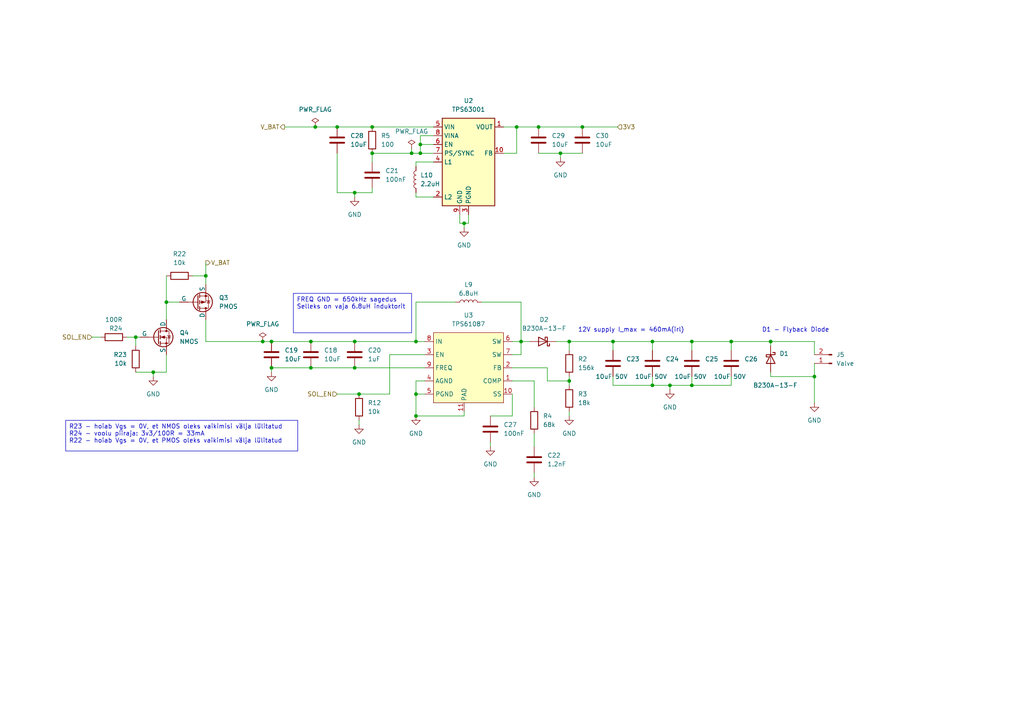
<source format=kicad_sch>
(kicad_sch (version 20231120) (generator "eeschema") (generator_version "8.0")
  (paper "A4")
  (title_block (title "Power regulation"))
  (lib_symbols
    (symbol "Connector:Conn_01x02_Pin" (pin_names (offset 1.016) hide)
      (property "Reference" "J" (at 0 2.54 0))
      (property "Value" "Conn_01x02_Pin" (at 0 -5.08 0))
      (symbol "Conn_01x02_Pin_1_1"
        (polyline (pts (xy 1.27 -2.54) (xy 0.8636 -2.54)) (stroke (width 0.1524)))
        (polyline (pts (xy 1.27 0) (xy 0.8636 0)) (stroke (width 0.1524)))
        (rectangle (start 0.8636 -2.413) (end 0 -2.667) (stroke (width 0.1524)) (fill (type outline)))
        (rectangle (start 0.8636 0.127) (end 0 -0.127) (stroke (width 0.1524)) (fill (type outline)))
        (pin passive line (at 5.08 0 180) (length 3.81) (name "Pin_1") (number "1"))
        (pin passive line (at 5.08 -2.54 180) (length 3.81) (name "Pin_2") (number "2"))
      )
    )
    (symbol "Device:C" (pin_numbers hide) (pin_names (offset 0.254))
      (property "Reference" "C" (at 0.635 2.54 0))
      (property "Value" "C" (at 0.635 -2.54 0))
      (symbol "C_0_1"
        (polyline (pts (xy -2.032 -0.762) (xy 2.032 -0.762)) (stroke (width 0.508)))
        (polyline (pts (xy -2.032 0.762) (xy 2.032 0.762)) (stroke (width 0.508)))
      )
      (symbol "C_1_1"
        (pin passive line (at 0 3.81 270) (length 2.794) (name "~") (number "1"))
        (pin passive line (at 0 -3.81 90) (length 2.794) (name "~") (number "2"))
      )
    )
    (symbol "Device:L" (pin_numbers hide) (pin_names (offset 1.016) hide)
      (property "Reference" "L" (at -1.27 0 90))
      (property "Value" "L" (at 1.905 0 90))
      (symbol "L_0_1"
        (arc (start 0 -2.54) (mid 0.6323 -1.905) (end 0 -1.27))
        (arc (start 0 -1.27) (mid 0.6323 -0.635) (end 0 0))
        (arc (start 0 0) (mid 0.6323 0.635) (end 0 1.27))
        (arc (start 0 1.27) (mid 0.6323 1.905) (end 0 2.54))
      )
      (symbol "L_1_1"
        (pin passive line (at 0 3.81 270) (length 1.27) (name "1") (number "1"))
        (pin passive line (at 0 -3.81 90) (length 1.27) (name "2") (number "2"))
      )
    )
    (symbol "Device:R" (pin_numbers hide) (pin_names (offset 0))
      (property "Reference" "R" (at 2.032 0 90))
      (property "Value" "R" (at 0 0 90))
      (symbol "R_0_1"
        (rectangle (start -1.016 -2.54) (end 1.016 2.54) (stroke (width 0.254)))
      )
      (symbol "R_1_1"
        (pin passive line (at 0 3.81 270) (length 1.27) (name "~") (number "1"))
        (pin passive line (at 0 -3.81 90) (length 1.27) (name "~") (number "2"))
      )
    )
    (symbol "Diode:B220" (pin_numbers hide) (pin_names (offset 1.016) hide)
      (property "Reference" "D" (at 0 2.54 0))
      (property "Value" "B220" (at 0 -2.54 0))
      (symbol "B220_0_1"
        (polyline (pts (xy 1.27 0) (xy -1.27 0)))
        (polyline (pts (xy 1.27 1.27) (xy 1.27 -1.27) (xy -1.27 0) (xy 1.27 1.27)) (stroke (width 0.254)))
        (polyline (pts (xy -1.905 0.635) (xy -1.905 1.27) (xy -1.27 1.27) (xy -1.27 -1.27) (xy -0.635 -1.27) (xy -0.635 -0.635)) (stroke (width 0.254)))
      )
      (symbol "B220_1_1"
        (pin passive line (at -3.81 0 0) (length 2.54) (name "K") (number "1"))
        (pin passive line (at 3.81 0 180) (length 2.54) (name "A") (number "2"))
      )
    )
    (symbol "Regulator_Switching:TPS63001"
      (property "Reference" "U" (at -7.62 13.97 0))
      (property "Value" "TPS63001" (at 5.08 13.97 0))
      (symbol "TPS63001_0_1"
        (rectangle (start -7.62 12.7) (end 7.62 -12.7) (stroke (width 0.254)) (fill (type background)))
      )
      (symbol "TPS63001_1_1"
        (pin power_out line (at 10.16 10.16 180) (length 2.54) (name "VOUT") (number "1"))
        (pin input line (at 10.16 2.54 180) (length 2.54) (name "FB") (number "10"))
        (pin passive line (at 0 -15.24 90) (length 2.54) hide (name "PGND") (number "11"))
        (pin input line (at -10.16 -10.16 0) (length 2.54) (name "L2") (number "2"))
        (pin power_in line (at 0 -15.24 90) (length 2.54) (name "PGND") (number "3"))
        (pin input line (at -10.16 0 0) (length 2.54) (name "L1") (number "4"))
        (pin power_in line (at -10.16 10.16 0) (length 2.54) (name "VIN") (number "5"))
        (pin input line (at -10.16 5.08 0) (length 2.54) (name "EN") (number "6"))
        (pin input line (at -10.16 2.54 0) (length 2.54) (name "PS/SYNC") (number "7"))
        (pin power_in line (at -10.16 7.62 0) (length 2.54) (name "VINA") (number "8"))
        (pin power_in line (at -2.54 -15.24 90) (length 2.54) (name "GND") (number "9"))
      )
    )
    (symbol "Simulation_SPICE:NMOS" (pin_numbers hide) (pin_names (offset 0))
      (property "Reference" "Q4" (at 6.35 1.27 0))
      (property "Value" "NMOS" (at 6.35 -1.27 0))
      (symbol "NMOS_0_1"
        (polyline (pts (xy 0.254 0) (xy -2.54 0)))
        (polyline (pts (xy 0.254 1.905) (xy 0.254 -1.905)) (stroke (width 0.254)))
        (polyline (pts (xy 0.762 -1.27) (xy 0.762 -2.286)) (stroke (width 0.254)))
        (polyline (pts (xy 0.762 0.508) (xy 0.762 -0.508)) (stroke (width 0.254)))
        (polyline (pts (xy 0.762 2.286) (xy 0.762 1.27)) (stroke (width 0.254)))
        (polyline (pts (xy 2.54 2.54) (xy 2.54 1.778)))
        (polyline (pts (xy 2.54 -2.54) (xy 2.54 0) (xy 0.762 0)))
        (polyline (pts (xy 0.762 -1.778) (xy 3.302 -1.778) (xy 3.302 1.778) (xy 0.762 1.778)))
        (polyline (pts (xy 1.016 0) (xy 2.032 0.381) (xy 2.032 -0.381) (xy 1.016 0)) (fill (type outline)))
        (polyline (pts (xy 2.794 0.508) (xy 2.921 0.381) (xy 3.683 0.381) (xy 3.81 0.254)))
        (polyline (pts (xy 3.302 0.381) (xy 2.921 -0.254) (xy 3.683 -0.254) (xy 3.302 0.381)))
        (circle (center 1.651 0) (radius 2.794) (stroke (width 0.254)))
        (circle (center 2.54 -1.778) (radius 0.254) (fill (type outline)))
        (circle (center 2.54 1.778) (radius 0.254) (fill (type outline)))
      )
      (symbol "NMOS_1_1"
        (pin input line (at -5.08 0 0) (length 2.54) (name "G") (number "1"))
        (pin passive line (at 2.54 -5.08 90) (length 2.54) (name "S") (number "2"))
        (pin passive line (at 2.54 5.08 270) (length 2.54) (name "D") (number "3"))
      )
    )
    (symbol "Simulation_SPICE:PMOS" (pin_numbers hide) (pin_names (offset 0))
      (property "Reference" "Q3" (at 6.35 -1.27 0))
      (property "Value" "PMOS" (at 6.35 1.27 0))
      (symbol "PMOS_0_1"
        (polyline (pts (xy 0.254 0) (xy -2.54 0)))
        (polyline (pts (xy 0.254 1.905) (xy 0.254 -1.905)) (stroke (width 0.254)))
        (polyline (pts (xy 0.762 -1.27) (xy 0.762 -2.286)) (stroke (width 0.254)))
        (polyline (pts (xy 0.762 0.508) (xy 0.762 -0.508)) (stroke (width 0.254)))
        (polyline (pts (xy 0.762 2.286) (xy 0.762 1.27)) (stroke (width 0.254)))
        (polyline (pts (xy 2.54 2.54) (xy 2.54 1.778)))
        (polyline (pts (xy 2.54 -2.54) (xy 2.54 0) (xy 0.762 0)))
        (polyline (pts (xy 0.762 1.778) (xy 3.302 1.778) (xy 3.302 -1.778) (xy 0.762 -1.778)))
        (polyline (pts (xy 2.286 0) (xy 1.27 0.381) (xy 1.27 -0.381) (xy 2.286 0)) (fill (type outline)))
        (polyline (pts (xy 2.794 -0.508) (xy 2.921 -0.381) (xy 3.683 -0.381) (xy 3.81 -0.254)))
        (polyline (pts (xy 3.302 -0.381) (xy 2.921 0.254) (xy 3.683 0.254) (xy 3.302 -0.381)))
        (circle (center 1.651 0) (radius 2.794) (stroke (width 0.254)))
        (circle (center 2.54 -1.778) (radius 0.254) (fill (type outline)))
        (circle (center 2.54 1.778) (radius 0.254) (fill (type outline)))
      )
      (symbol "PMOS_1_1"
        (pin input line (at -5.08 0 0) (length 2.54) (name "G") (number "1"))
        (pin passive line (at 2.54 -5.08 90) (length 2.54) (name "S") (number "2"))
        (pin passive line (at 2.54 5.08 270) (length 2.54) (name "D") (number "3"))
      )
    )
    (symbol "custom_library:TPS61087"
      (property "Reference" "U3" (at -3.81 26.67 0))
      (property "Value" "TPS61087" (at -3.81 24.13 0))
      (symbol "TPS61087_1_1"
        (rectangle (start -13.97 21.59) (end 6.35 1.27) (fill (type background)))
        (pin input line (at 8.89 7.62 180) (length 2.54) (name "COMP") (number "1"))
        (pin input line (at 8.89 3.81 180) (length 2.54) (name "SS") (number "10"))
        (pin input line (at -5.08 -1.27 90) (length 2.54) (name "PAD") (number "11"))
        (pin input line (at 8.89 11.43 180) (length 2.54) (name "FB") (number "2"))
        (pin input line (at -16.51 15.24 0) (length 2.54) (name "EN") (number "3"))
        (pin input line (at -16.51 7.62 0) (length 2.54) (name "AGND") (number "4"))
        (pin input line (at -16.51 3.81 0) (length 2.54) (name "PGND") (number "5"))
        (pin input line (at 8.89 19.05 180) (length 2.54) (name "SW") (number "6"))
        (pin input line (at 8.89 15.24 180) (length 2.54) (name "SW") (number "7"))
        (pin power_in line (at -16.51 19.05 0) (length 2.54) (name "IN") (number "8"))
        (pin input line (at -16.51 11.43 0) (length 2.54) (name "FREQ") (number "9"))
      )
    )
    (symbol "power:GND" (power) (pin_names (offset 0))
      (property "Value" "GND" (at 0 -3.81 0))
      (symbol "GND_0_1"
        (polyline (pts (xy 0 0) (xy 0 -1.27) (xy 1.27 -1.27) (xy 0 -2.54) (xy -1.27 -1.27) (xy 0 -1.27)))
      )
      (symbol "GND_1_1"
        (pin power_in line (at 0 0 270) (length 0) hide (name "GND") (number "1"))
      )
    )
    (symbol "power:PWR_FLAG" (power) (pin_numbers hide) (pin_names (offset 0) hide)
      (property "Value" "PWR_FLAG" (at 0 3.81 0))
      (symbol "PWR_FLAG_0_0"
        (pin power_out line (at 0 0 90) (length 0) (name "pwr") (number "1"))
      )
      (symbol "PWR_FLAG_0_1"
        (polyline (pts (xy 0 0) (xy 0 1.27) (xy -1.016 1.905) (xy 0 2.54) (xy 1.016 1.905) (xy 0 1.27)))
      )
    )
  )
  (junction (at 177.8 99.06))
  (junction (at 44.45 107.95))
  (junction (at 102.87 99.06))
  (junction (at 107.95 44.45))
  (junction (at 200.66 99.06))
  (junction (at 120.65 114.3))
  (junction (at 48.26 87.63))
  (junction (at 90.17 99.06))
  (junction (at 121.92 41.91))
  (junction (at 59.69 80.01))
  (junction (at 236.22 109.22))
  (junction (at 97.79 36.83))
  (junction (at 121.92 44.45))
  (junction (at 102.87 106.68))
  (junction (at 134.62 64.77))
  (junction (at 189.23 99.06))
  (junction (at 76.2 99.06))
  (junction (at 149.86 36.83))
  (junction (at 212.09 99.06))
  (junction (at 165.1 99.06))
  (junction (at 200.66 111.76))
  (junction (at 78.74 99.06))
  (junction (at 107.95 36.83))
  (junction (at 151.13 99.06))
  (junction (at 102.87 55.88))
  (junction (at 119.38 44.45))
  (junction (at 78.74 106.68))
  (junction (at 223.52 99.06))
  (junction (at 194.31 111.76))
  (junction (at 162.56 44.45))
  (junction (at 120.65 99.06))
  (junction (at 90.17 106.68))
  (junction (at 165.1 110.49))
  (junction (at 104.14 114.3))
  (junction (at 39.37 97.79))
  (junction (at 156.21 36.83))
  (junction (at 120.65 120.65))
  (junction (at 168.91 36.83))
  (junction (at 189.23 111.76))
  (junction (at 91.44 36.83))
  (wire (pts (xy 120.65 99.06) (xy 123.19 99.06)))
  (wire (pts (xy 154.94 125.73) (xy 154.94 129.54)))
  (wire (pts (xy 156.21 36.83) (xy 168.91 36.83)))
  (wire (pts (xy 39.37 100.33) (xy 39.37 97.79)))
  (wire (pts (xy 120.65 110.49) (xy 123.19 110.49)))
  (wire (pts (xy 90.17 99.06) (xy 102.87 99.06)))
  (wire (pts (xy 120.65 87.63) (xy 132.08 87.63)))
  (wire (pts (xy 158.75 106.68) (xy 158.75 110.49)))
  (wire (pts (xy 236.22 109.22) (xy 236.22 116.84)))
  (wire (pts (xy 151.13 99.06) (xy 148.59 99.06)))
  (wire (pts (xy 90.17 106.68) (xy 102.87 106.68)))
  (wire (pts (xy 189.23 111.76) (xy 194.31 111.76)))
  (wire (pts (xy 177.8 101.6) (xy 177.8 99.06)))
  (wire (pts (xy 146.05 44.45) (xy 149.86 44.45)))
  (wire (pts (xy 48.26 87.63) (xy 52.07 87.63)))
  (wire (pts (xy 177.8 111.76) (xy 189.23 111.76)))
  (wire (pts (xy 165.1 111.76) (xy 165.1 110.49)))
  (wire (pts (xy 177.8 99.06) (xy 189.23 99.06)))
  (wire (pts (xy 212.09 99.06) (xy 223.52 99.06)))
  (wire (pts (xy 48.26 107.95) (xy 44.45 107.95)))
  (wire (pts (xy 44.45 109.22) (xy 44.45 107.95)))
  (wire (pts (xy 55.88 80.01) (xy 59.69 80.01)))
  (wire (pts (xy 236.22 99.06) (xy 236.22 102.87)))
  (wire (pts (xy 154.94 110.49) (xy 154.94 118.11)))
  (wire (pts (xy 44.45 107.95) (xy 39.37 107.95)))
  (wire (pts (xy 97.79 36.83) (xy 107.95 36.83)))
  (wire (pts (xy 148.59 102.87) (xy 151.13 102.87)))
  (wire (pts (xy 236.22 105.41) (xy 236.22 109.22)))
  (wire (pts (xy 107.95 55.88) (xy 107.95 54.61)))
  (wire (pts (xy 119.38 43.18) (xy 119.38 44.45)))
  (wire (pts (xy 151.13 87.63) (xy 151.13 99.06)))
  (wire (pts (xy 125.73 44.45) (xy 121.92 44.45)))
  (wire (pts (xy 97.79 114.3) (xy 104.14 114.3)))
  (wire (pts (xy 125.73 46.99) (xy 120.65 46.99)))
  (wire (pts (xy 223.52 107.95) (xy 223.52 109.22)))
  (wire (pts (xy 223.52 109.22) (xy 236.22 109.22)))
  (wire (pts (xy 133.35 62.23) (xy 133.35 64.77)))
  (wire (pts (xy 165.1 99.06) (xy 177.8 99.06)))
  (wire (pts (xy 212.09 101.6) (xy 212.09 99.06)))
  (wire (pts (xy 151.13 99.06) (xy 153.67 99.06)))
  (wire (pts (xy 134.62 66.04) (xy 134.62 64.77)))
  (wire (pts (xy 59.69 76.2) (xy 59.69 80.01)))
  (wire (pts (xy 59.69 80.01) (xy 59.69 82.55)))
  (wire (pts (xy 102.87 57.15) (xy 102.87 55.88)))
  (wire (pts (xy 48.26 92.71) (xy 48.26 87.63)))
  (wire (pts (xy 78.74 106.68) (xy 90.17 106.68)))
  (wire (pts (xy 121.92 44.45) (xy 121.92 41.91)))
  (wire (pts (xy 107.95 44.45) (xy 119.38 44.45)))
  (wire (pts (xy 102.87 99.06) (xy 120.65 99.06)))
  (wire (pts (xy 48.26 80.01) (xy 48.26 87.63)))
  (wire (pts (xy 200.66 109.22) (xy 200.66 111.76)))
  (wire (pts (xy 223.52 100.33) (xy 223.52 99.06)))
  (wire (pts (xy 120.65 110.49) (xy 120.65 114.3)))
  (wire (pts (xy 39.37 97.79) (xy 40.64 97.79)))
  (wire (pts (xy 26.67 97.79) (xy 29.21 97.79)))
  (wire (pts (xy 168.91 36.83) (xy 179.07 36.83)))
  (wire (pts (xy 154.94 110.49) (xy 148.59 110.49)))
  (wire (pts (xy 158.75 110.49) (xy 165.1 110.49)))
  (wire (pts (xy 161.29 99.06) (xy 165.1 99.06)))
  (wire (pts (xy 165.1 120.65) (xy 165.1 119.38)))
  (wire (pts (xy 148.59 114.3) (xy 148.59 120.65)))
  (wire (pts (xy 97.79 44.45) (xy 97.79 55.88)))
  (wire (pts (xy 120.65 57.15) (xy 125.73 57.15)))
  (wire (pts (xy 134.62 64.77) (xy 135.89 64.77)))
  (wire (pts (xy 223.52 99.06) (xy 236.22 99.06)))
  (wire (pts (xy 120.65 114.3) (xy 123.19 114.3)))
  (wire (pts (xy 78.74 107.95) (xy 78.74 106.68)))
  (wire (pts (xy 200.66 101.6) (xy 200.66 99.06)))
  (wire (pts (xy 149.86 36.83) (xy 156.21 36.83)))
  (wire (pts (xy 162.56 44.45) (xy 168.91 44.45)))
  (wire (pts (xy 139.7 87.63) (xy 151.13 87.63)))
  (wire (pts (xy 200.66 99.06) (xy 212.09 99.06)))
  (wire (pts (xy 154.94 138.43) (xy 154.94 137.16)))
  (wire (pts (xy 200.66 111.76) (xy 212.09 111.76)))
  (wire (pts (xy 120.65 46.99) (xy 120.65 48.26)))
  (wire (pts (xy 177.8 109.22) (xy 177.8 111.76)))
  (wire (pts (xy 120.65 87.63) (xy 120.65 99.06)))
  (wire (pts (xy 107.95 44.45) (xy 107.95 46.99)))
  (wire (pts (xy 194.31 111.76) (xy 200.66 111.76)))
  (wire (pts (xy 212.09 109.22) (xy 212.09 111.76)))
  (wire (pts (xy 165.1 99.06) (xy 165.1 101.6)))
  (wire (pts (xy 104.14 121.92) (xy 104.14 123.19)))
  (wire (pts (xy 134.62 120.65) (xy 134.62 119.38)))
  (wire (pts (xy 189.23 109.22) (xy 189.23 111.76)))
  (wire (pts (xy 165.1 109.22) (xy 165.1 110.49)))
  (wire (pts (xy 149.86 44.45) (xy 149.86 36.83)))
  (wire (pts (xy 59.69 99.06) (xy 76.2 99.06)))
  (wire (pts (xy 162.56 44.45) (xy 156.21 44.45)))
  (wire (pts (xy 135.89 64.77) (xy 135.89 62.23)))
  (wire (pts (xy 113.03 114.3) (xy 113.03 102.87)))
  (wire (pts (xy 59.69 92.71) (xy 59.69 99.06)))
  (wire (pts (xy 146.05 36.83) (xy 149.86 36.83)))
  (wire (pts (xy 121.92 39.37) (xy 125.73 39.37)))
  (wire (pts (xy 97.79 55.88) (xy 102.87 55.88)))
  (wire (pts (xy 148.59 106.68) (xy 158.75 106.68)))
  (wire (pts (xy 189.23 101.6) (xy 189.23 99.06)))
  (wire (pts (xy 82.55 36.83) (xy 91.44 36.83)))
  (wire (pts (xy 48.26 102.87) (xy 48.26 107.95)))
  (wire (pts (xy 113.03 102.87) (xy 123.19 102.87)))
  (wire (pts (xy 102.87 55.88) (xy 107.95 55.88)))
  (wire (pts (xy 133.35 64.77) (xy 134.62 64.77)))
  (wire (pts (xy 120.65 114.3) (xy 120.65 120.65)))
  (wire (pts (xy 120.65 120.65) (xy 134.62 120.65)))
  (wire (pts (xy 142.24 120.65) (xy 148.59 120.65)))
  (wire (pts (xy 36.83 97.79) (xy 39.37 97.79)))
  (wire (pts (xy 104.14 114.3) (xy 113.03 114.3)))
  (wire (pts (xy 142.24 129.54) (xy 142.24 128.27)))
  (wire (pts (xy 76.2 99.06) (xy 78.74 99.06)))
  (wire (pts (xy 194.31 113.03) (xy 194.31 111.76)))
  (wire (pts (xy 120.65 55.88) (xy 120.65 57.15)))
  (wire (pts (xy 121.92 41.91) (xy 125.73 41.91)))
  (wire (pts (xy 121.92 41.91) (xy 121.92 39.37)))
  (wire (pts (xy 107.95 36.83) (xy 125.73 36.83)))
  (wire (pts (xy 91.44 36.83) (xy 97.79 36.83)))
  (wire (pts (xy 162.56 45.72) (xy 162.56 44.45)))
  (wire (pts (xy 119.38 44.45) (xy 121.92 44.45)))
  (wire (pts (xy 78.74 99.06) (xy 90.17 99.06)))
  (wire (pts (xy 102.87 106.68) (xy 123.19 106.68)))
  (wire (pts (xy 189.23 99.06) (xy 200.66 99.06)))
  (wire (pts (xy 151.13 102.87) (xy 151.13 99.06)))
  (text_box "FREQ GND = 650kHz sagedus\nSelleks on vaja 6.8uH induktorit " (at 85.09 85.09 0) (size 34.29 11.43) (effects (font (size 1.27 1.27)) (justify left top)))
  (text_box "R23 - hoiab Vgs = 0V, et NMOS oleks vaikimisi välja lülitatud \nR24 - voolu piiraja: 3v3/100R = 33mA\nR22 - hoiab Vgs = 0V, et PMOS oleks vaikimisi välja lülitatud\n" (at 19.05 121.92 0) (size 67.31 8.89) (effects (font (size 1.27 1.27)) (justify left top)))
  (text "D1 - Flyback Diode\n" (at 220.98 96.52 0) (effects (font (size 1.27 1.27)) (justify left bottom)))
  (text "12V supply I_max = 460mA(irl)" (at 167.64 96.52 0) (effects (font (size 1.27 1.27)) (justify left bottom)))
  (hierarchical_label "3V3" (shape input) (at 179.07 36.83 0))
  (hierarchical_label "SOL_EN" (shape input) (at 26.67 97.79 180))
  (hierarchical_label "SOL_EN" (shape input) (at 97.79 114.3 180))
  (hierarchical_label "V_BAT" (shape output) (at 82.55 36.83 180))
  (hierarchical_label "V_BAT" (shape output) (at 59.69 76.2 0))
  (symbol (lib_id "Device:C") (at 107.95 50.8 0) (unit 1)
    (property "Reference" "C21" (at 111.76 49.53 0) (effects (justify left)))
    (property "Value" "100nF" (at 111.76 52.07 0) (effects (justify left)))
    (property "Footprint" "Capacitor_SMD:C_0603_1608Metric_Pad1.08x0.95mm_HandSolder" (effects (hide yes)))
  )
  (symbol (lib_id "Device:C") (at 102.87 102.87 0) (unit 1)
    (property "Reference" "C20" (at 106.68 101.6 0) (effects (justify left)))
    (property "Value" "1uF" (at 106.68 104.14 0) (effects (justify left)))
    (property "Footprint" "Capacitor_SMD:C_0805_2012Metric_Pad1.18x1.45mm_HandSolder" (effects (hide yes)))
  )
  (symbol (lib_id "power:PWR_FLAG") (at 119.38 43.18 0) (unit 1)
    (property "Reference" "#FLG04" (effects (hide yes)))
    (property "Value" "PWR_FLAG" (at 119.38 38.1 0))
  )
  (symbol (lib_id "power:GND") (at 44.45 109.22 0) (mirror y) (unit 1)
    (property "Reference" "#PWR050" (effects (hide yes)))
    (property "Value" "GND" (at 44.45 114.3 0))
  )
  (symbol (lib_id "Simulation_SPICE:PMOS") (at 57.15 87.63 0) (mirror x) (unit 1)
    (property "Reference" "Q3" (at 63.5 86.36 0) (effects (justify left)))
    (property "Value" "PMOS" (at 63.5 88.9 0) (effects (justify left)))
    (property "Footprint" "Package_TO_SOT_SMD:SOT-23" (effects (hide yes)))
    (property "Datasheet" "https://ngspice.sourceforge.io/docs/ngspice-html-manual/manual.xhtml#cha_MOSFETs" (effects (hide yes)))
    (property "Sim.Device" "PMOS" (effects (hide yes)))
    (property "Sim.Type" "VDMOS" (effects (hide yes)))
    (property "Sim.Pins" "1=D 2=G 3=S" (effects (hide yes)))
    (property "Part" "SI2305CDS-T1-GE3" (effects (hide yes)))
  )
  (symbol (lib_id "Device:R") (at 107.95 40.64 0) (unit 1)
    (property "Reference" "R5" (at 110.49 39.37 0) (effects (justify left)))
    (property "Value" "100" (at 110.49 41.91 0) (effects (justify left)))
    (property "Footprint" "Resistor_SMD:R_0603_1608Metric" (effects (hide yes)))
  )
  (symbol (lib_id "Device:C") (at 90.17 102.87 0) (unit 1)
    (property "Reference" "C18" (at 93.98 101.6 0) (effects (justify left)))
    (property "Value" "10uF" (at 93.98 104.14 0) (effects (justify left)))
    (property "Footprint" "Capacitor_SMD:C_0805_2012Metric_Pad1.18x1.45mm_HandSolder" (effects (hide yes)))
  )
  (symbol (lib_id "Device:R") (at 165.1 105.41 0) (unit 1)
    (property "Reference" "R2" (at 167.64 104.14 0) (effects (justify left)))
    (property "Value" "156k" (at 167.64 106.68 0) (effects (justify left)))
    (property "Footprint" "Resistor_SMD:R_0603_1608Metric" (effects (hide yes)))
  )
  (symbol (lib_id "Device:R") (at 33.02 97.79 90) (mirror x) (unit 1)
    (property "Reference" "R24" (at 35.56 95.25 90) (effects (justify left)))
    (property "Value" "100R" (at 35.56 92.71 90) (effects (justify left)))
    (property "Footprint" "Resistor_SMD:R_0603_1608Metric" (effects (hide yes)))
  )
  (symbol (lib_id "power:GND") (at 78.74 107.95 0) (unit 1)
    (property "Reference" "#PWR018" (effects (hide yes)))
    (property "Value" "GND" (at 78.74 113.03 0))
  )
  (symbol (lib_id "power:GND") (at 104.14 123.19 0) (unit 1)
    (property "Reference" "#PWR041" (effects (hide yes)))
    (property "Value" "GND" (at 104.14 128.27 0))
  )
  (symbol (lib_id "Device:R") (at 154.94 121.92 0) (unit 1)
    (property "Reference" "R4" (at 157.48 120.65 0) (effects (justify left)))
    (property "Value" "68k" (at 157.48 123.19 0) (effects (justify left)))
    (property "Footprint" "Resistor_SMD:R_0603_1608Metric" (effects (hide yes)))
  )
  (symbol (lib_id "Device:L") (at 120.65 52.07 180) (unit 1)
    (property "Reference" "L10" (at 121.92 50.8 0) (effects (justify right)))
    (property "Value" "2.2uH" (at 121.92 53.34 0) (effects (justify right)))
    (property "Footprint" "Inductor_SMD:L_Vishay_IHLP-1212" (effects (hide yes)))
    (property "Datasheet" "https://www.tme.eu/ee/details/lqh3npn2r2mjrl/paispoolid-smd-ulejaanud/murata/" (effects (hide yes)))
    (property "Part" "LQH3NPN2R2MJRL" (effects (hide yes)))
  )
  (symbol (lib_id "Device:R") (at 52.07 80.01 270) (mirror x) (unit 1)
    (property "Reference" "R22" (at 52.07 73.66 90))
    (property "Value" "10k" (at 52.07 76.2 90))
    (property "Footprint" "Resistor_SMD:R_0603_1608Metric" (effects (hide yes)))
  )
  (symbol (lib_id "Diode:B220") (at 157.48 99.06 180) (unit 1)
    (property "Reference" "D2" (at 157.7975 92.71 0))
    (property "Value" "B230A-13-F" (at 157.7975 95.25 0))
    (property "Footprint" "Diode_SMD:D_SMA" (effects (hide yes)))
    (property "Datasheet" "https://www.diodes.com/assets/Datasheets/B220_A-B260_A.pdf" (effects (hide yes)))
    (property "Part" "B230A-13-F" (effects (hide yes)))
  )
  (symbol (lib_id "power:GND") (at 142.24 129.54 0) (unit 1)
    (property "Reference" "#PWR020" (effects (hide yes)))
    (property "Value" "GND" (at 142.24 134.62 0))
  )
  (symbol (lib_id "Connector:Conn_01x02_Pin") (at 241.3 105.41 180) (unit 1)
    (property "Reference" "J5" (at 242.57 102.87 0) (effects (justify right)))
    (property "Value" "Valve" (at 242.57 105.41 0) (effects (justify right)))
    (property "Footprint" "Connector_JST:JST_XH_B2B-XH-A_1x02_P2.50mm_Vertical" (effects (hide yes)))
  )
  (symbol (lib_id "power:GND") (at 102.87 57.15 0) (unit 1)
    (property "Reference" "#PWR026" (effects (hide yes)))
    (property "Value" "GND" (at 102.87 62.23 0))
  )
  (symbol (lib_id "Simulation_SPICE:NMOS") (at 45.72 97.79 0) (unit 1)
    (property "Reference" "Q4" (at 52.07 96.52 0) (effects (justify left)))
    (property "Value" "NMOS" (at 52.07 99.06 0) (effects (justify left)))
    (property "Footprint" "Package_TO_SOT_SMD:SOT-23" (effects (hide yes)))
    (property "Datasheet" "https://ngspice.sourceforge.io/docs/ngspice-html-manual/manual.xhtml#cha_MOSFETs" (effects (hide yes)))
    (property "Sim.Device" "NMOS" (effects (hide yes)))
    (property "Sim.Type" "VDMOS" (effects (hide yes)))
    (property "Sim.Pins" "1=D 2=G 3=S" (effects (hide yes)))
    (property "Part" "SI2342DS-T1-GE3" (effects (hide yes)))
  )
  (symbol (lib_id "Device:C") (at 177.8 105.41 0) (unit 1)
    (property "Reference" "C23" (at 181.61 104.14 0) (effects (justify left)))
    (property "Value" "10uF 50V" (at 172.72 109.22 0) (effects (justify left)))
    (property "Footprint" "Capacitor_SMD:C_1210_3225Metric_Pad1.33x2.70mm_HandSolder" (effects (hide yes)))
  )
  (symbol (lib_id "power:PWR_FLAG") (at 76.2 99.06 0) (unit 1)
    (property "Reference" "#FLG03" (effects (hide yes)))
    (property "Value" "PWR_FLAG" (at 76.2 93.98 0))
  )
  (symbol (lib_id "power:GND") (at 165.1 120.65 0) (unit 1)
    (property "Reference" "#PWR022" (effects (hide yes)))
    (property "Value" "GND" (at 165.1 125.73 0))
  )
  (symbol (lib_id "Device:R") (at 165.1 115.57 0) (unit 1)
    (property "Reference" "R3" (at 167.64 114.3 0) (effects (justify left)))
    (property "Value" "18k" (at 167.64 116.84 0) (effects (justify left)))
    (property "Footprint" "Resistor_SMD:R_0603_1608Metric" (effects (hide yes)))
  )
  (symbol (lib_id "Device:C") (at 156.21 40.64 0) (unit 1)
    (property "Reference" "C29" (at 160.02 39.37 0) (effects (justify left)))
    (property "Value" "10uF" (at 160.02 41.91 0) (effects (justify left)))
    (property "Footprint" "Capacitor_SMD:C_0805_2012Metric_Pad1.18x1.45mm_HandSolder" (effects (hide yes)))
  )
  (symbol (lib_id "Device:R") (at 39.37 104.14 0) (mirror x) (unit 1)
    (property "Reference" "R23" (at 36.83 102.87 0) (effects (justify right)))
    (property "Value" "10k" (at 36.83 105.41 0) (effects (justify right)))
    (property "Footprint" "Resistor_SMD:R_0603_1608Metric" (effects (hide yes)))
  )
  (symbol (lib_id "Regulator_Switching:TPS63001") (at 135.89 46.99 0) (unit 1)
    (property "Reference" "U2" (at 135.89 29.21 0))
    (property "Value" "TPS63001" (at 135.89 31.75 0))
    (property "Footprint" "custom:Texas_DRC0010J" (effects (hide yes)))
    (property "Datasheet" "http://www.ti.com/lit/ds/symlink/tps63000.pdf" (effects (hide yes)))
  )
  (symbol (lib_id "power:GND") (at 134.62 66.04 0) (unit 1)
    (property "Reference" "#PWR024" (effects (hide yes)))
    (property "Value" "GND" (at 134.62 71.12 0))
  )
  (symbol (lib_id "Device:C") (at 154.94 133.35 0) (unit 1)
    (property "Reference" "C22" (at 158.75 132.08 0) (effects (justify left)))
    (property "Value" "1.2nF" (at 158.75 134.62 0) (effects (justify left)))
    (property "Footprint" "Capacitor_SMD:C_0603_1608Metric_Pad1.08x0.95mm_HandSolder" (effects (hide yes)))
  )
  (symbol (lib_id "Device:C") (at 200.66 105.41 0) (unit 1)
    (property "Reference" "C25" (at 204.47 104.14 0) (effects (justify left)))
    (property "Value" "10uF 50V" (at 195.58 109.22 0) (effects (justify left)))
    (property "Footprint" "Capacitor_SMD:C_1210_3225Metric_Pad1.33x2.70mm_HandSolder" (effects (hide yes)))
  )
  (symbol (lib_id "power:GND") (at 194.31 113.03 0) (unit 1)
    (property "Reference" "#PWR023" (effects (hide yes)))
    (property "Value" "GND" (at 194.31 118.11 0))
  )
  (symbol (lib_id "Device:C") (at 168.91 40.64 0) (unit 1)
    (property "Reference" "C30" (at 172.72 39.37 0) (effects (justify left)))
    (property "Value" "10uF" (at 172.72 41.91 0) (effects (justify left)))
    (property "Footprint" "Capacitor_SMD:C_0805_2012Metric_Pad1.18x1.45mm_HandSolder" (effects (hide yes)))
  )
  (symbol (lib_id "custom_library:TPS61087") (at 139.7 118.11 0) (unit 1)
    (property "Reference" "U3" (at 135.89 91.44 0))
    (property "Value" "TPS61087" (at 135.89 93.98 0))
    (property "Footprint" "custom:Texas_DRC0010J" (effects (hide yes)))
  )
  (symbol (lib_id "power:GND") (at 162.56 45.72 0) (unit 1)
    (property "Reference" "#PWR025" (effects (hide yes)))
    (property "Value" "GND" (at 162.56 50.8 0))
  )
  (symbol (lib_id "power:PWR_FLAG") (at 91.44 36.83 0) (unit 1)
    (property "Reference" "#FLG02" (effects (hide yes)))
    (property "Value" "PWR_FLAG" (at 91.44 31.75 0))
  )
  (symbol (lib_id "power:GND") (at 236.22 116.84 0) (unit 1)
    (property "Reference" "#PWR017" (effects (hide yes)))
    (property "Value" "GND" (at 236.22 121.92 0))
  )
  (symbol (lib_id "Device:C") (at 212.09 105.41 0) (unit 1)
    (property "Reference" "C26" (at 215.9 104.14 0) (effects (justify left)))
    (property "Value" "10uF 50V" (at 207.01 109.22 0) (effects (justify left)))
    (property "Footprint" "Capacitor_SMD:C_1210_3225Metric_Pad1.33x2.70mm_HandSolder" (effects (hide yes)))
  )
  (symbol (lib_id "Device:L") (at 135.89 87.63 90) (unit 1)
    (property "Reference" "L9" (at 135.89 82.55 90))
    (property "Value" "6.8uH" (at 135.89 85.09 90))
    (property "Footprint" "custom:DR73" (effects (hide yes)))
    (property "Datasheet" "https://www.tme.eu/ee/details/dr73-6r8-r/smd-voimsus-paispool/eaton-electronics/" (effects (hide yes)))
    (property "Part" "DR73-6R8-R" (effects (hide yes)))
  )
  (symbol (lib_id "Device:R") (at 104.14 118.11 0) (unit 1)
    (property "Reference" "R12" (at 106.68 116.84 0) (effects (justify left)))
    (property "Value" "10k" (at 106.68 119.38 0) (effects (justify left)))
    (property "Footprint" "Resistor_SMD:R_0603_1608Metric" (effects (hide yes)))
  )
  (symbol (lib_id "Device:C") (at 78.74 102.87 0) (unit 1)
    (property "Reference" "C19" (at 82.55 101.6 0) (effects (justify left)))
    (property "Value" "10uF" (at 82.55 104.14 0) (effects (justify left)))
    (property "Footprint" "Capacitor_SMD:C_0805_2012Metric_Pad1.18x1.45mm_HandSolder" (effects (hide yes)))
  )
  (symbol (lib_id "Device:C") (at 97.79 40.64 0) (unit 1)
    (property "Reference" "C28" (at 101.6 39.37 0) (effects (justify left)))
    (property "Value" "10uF" (at 101.6 41.91 0) (effects (justify left)))
    (property "Footprint" "Capacitor_SMD:C_0805_2012Metric_Pad1.18x1.45mm_HandSolder" (effects (hide yes)))
  )
  (symbol (lib_id "Diode:B220") (at 223.52 104.14 270) (unit 1)
    (property "Reference" "D1" (at 226.06 102.5525 90) (effects (justify left)))
    (property "Value" "B230A-13-F" (at 218.44 111.76 90) (effects (justify left)))
    (property "Footprint" "Diode_SMD:D_SMA" (effects (hide yes)))
    (property "Datasheet" "https://www.diodes.com/assets/Datasheets/B220_A-B260_A.pdf" (effects (hide yes)))
    (property "Part" "B230A-13-F" (effects (hide yes)))
  )
  (symbol (lib_id "Device:C") (at 189.23 105.41 0) (unit 1)
    (property "Reference" "C24" (at 193.04 104.14 0) (effects (justify left)))
    (property "Value" "10uF 50V" (at 184.15 109.22 0) (effects (justify left)))
    (property "Footprint" "Capacitor_SMD:C_1210_3225Metric_Pad1.33x2.70mm_HandSolder" (effects (hide yes)))
  )
  (symbol (lib_id "power:GND") (at 154.94 138.43 0) (unit 1)
    (property "Reference" "#PWR021" (effects (hide yes)))
    (property "Value" "GND" (at 154.94 143.51 0))
  )
  (symbol (lib_id "Device:C") (at 142.24 124.46 0) (unit 1)
    (property "Reference" "C27" (at 146.05 123.19 0) (effects (justify left)))
    (property "Value" "100nF" (at 146.05 125.73 0) (effects (justify left)))
    (property "Footprint" "Capacitor_SMD:C_0603_1608Metric_Pad1.08x0.95mm_HandSolder" (effects (hide yes)))
  )
  (symbol (lib_id "power:GND") (at 120.65 120.65 0) (unit 1)
    (property "Reference" "#PWR019" (effects (hide yes)))
    (property "Value" "GND" (at 120.65 125.73 0))
  )
)
</source>
